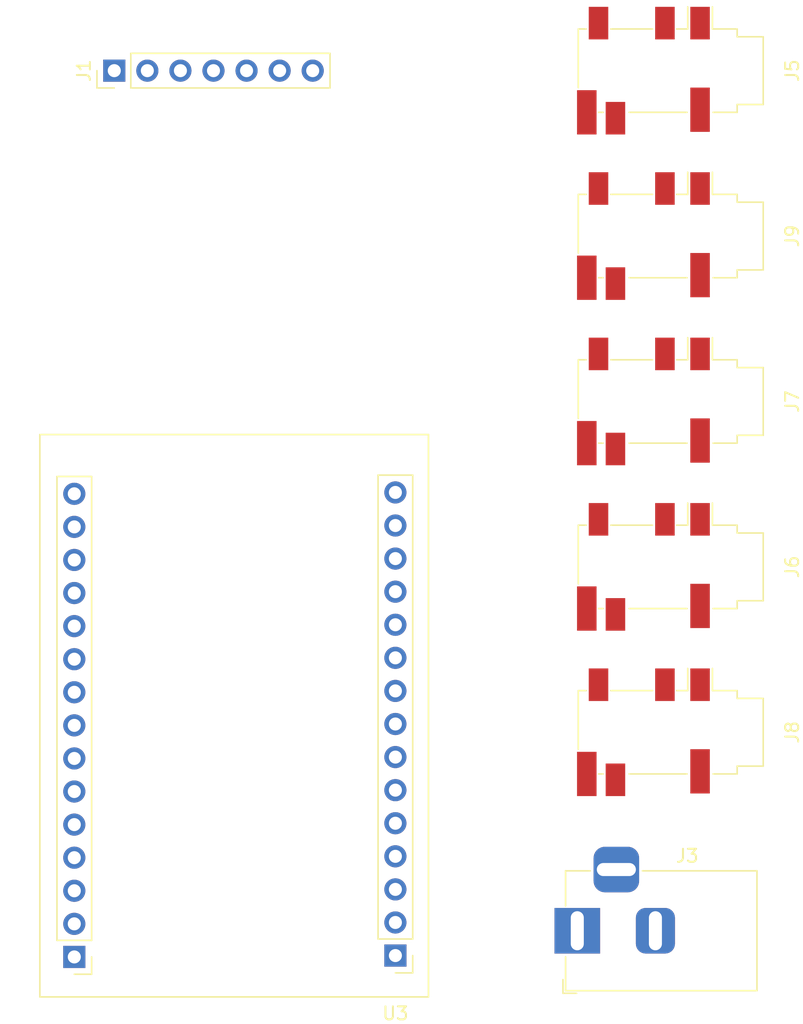
<source format=kicad_pcb>
(kicad_pcb (version 20171130) (host pcbnew "(5.1.5)-3")

  (general
    (thickness 1.6)
    (drawings 0)
    (tracks 0)
    (zones 0)
    (modules 8)
    (nets 10)
  )

  (page A4)
  (layers
    (0 F.Cu signal)
    (31 B.Cu signal)
    (32 B.Adhes user)
    (33 F.Adhes user)
    (34 B.Paste user)
    (35 F.Paste user)
    (36 B.SilkS user)
    (37 F.SilkS user)
    (38 B.Mask user)
    (39 F.Mask user)
    (40 Dwgs.User user)
    (41 Cmts.User user)
    (42 Eco1.User user)
    (43 Eco2.User user)
    (44 Edge.Cuts user)
    (45 Margin user)
    (46 B.CrtYd user)
    (47 F.CrtYd user)
    (48 B.Fab user)
    (49 F.Fab user)
  )

  (setup
    (last_trace_width 0.25)
    (trace_clearance 0.2)
    (zone_clearance 0.508)
    (zone_45_only no)
    (trace_min 0.2)
    (via_size 0.8)
    (via_drill 0.4)
    (via_min_size 0.4)
    (via_min_drill 0.3)
    (uvia_size 0.3)
    (uvia_drill 0.1)
    (uvias_allowed no)
    (uvia_min_size 0.2)
    (uvia_min_drill 0.1)
    (edge_width 0.05)
    (segment_width 0.2)
    (pcb_text_width 0.3)
    (pcb_text_size 1.5 1.5)
    (mod_edge_width 0.12)
    (mod_text_size 1 1)
    (mod_text_width 0.15)
    (pad_size 1.524 1.524)
    (pad_drill 0.762)
    (pad_to_mask_clearance 0.051)
    (solder_mask_min_width 0.25)
    (aux_axis_origin 0 0)
    (visible_elements 7FFFFFFF)
    (pcbplotparams
      (layerselection 0x010fc_ffffffff)
      (usegerberextensions false)
      (usegerberattributes false)
      (usegerberadvancedattributes false)
      (creategerberjobfile false)
      (excludeedgelayer true)
      (linewidth 0.100000)
      (plotframeref false)
      (viasonmask false)
      (mode 1)
      (useauxorigin false)
      (hpglpennumber 1)
      (hpglpenspeed 20)
      (hpglpendiameter 15.000000)
      (psnegative false)
      (psa4output false)
      (plotreference true)
      (plotvalue true)
      (plotinvisibletext false)
      (padsonsilk false)
      (subtractmaskfromsilk false)
      (outputformat 1)
      (mirror false)
      (drillshape 1)
      (scaleselection 1)
      (outputdirectory ""))
  )

  (net 0 "")
  (net 1 VCC)
  (net 2 GND)
  (net 3 SDA)
  (net 4 SCL)
  (net 5 BLK)
  (net 6 DC)
  (net 7 RST)
  (net 8 MOSI)
  (net 9 SCLK)

  (net_class Default "Ceci est la Netclass par défaut."
    (clearance 0.2)
    (trace_width 0.25)
    (via_dia 0.8)
    (via_drill 0.4)
    (uvia_dia 0.3)
    (uvia_drill 0.1)
    (add_net A0)
    (add_net A1)
    (add_net A3)
    (add_net A4)
    (add_net A5)
    (add_net A6)
    (add_net BLK)
    (add_net DC)
    (add_net DIR)
    (add_net GND)
    (add_net MOSI)
    (add_net "Net-(J3-Pad1)")
    (add_net "Net-(J4-Pad1)")
    (add_net "Net-(U3-Pad10)")
    (add_net "Net-(U3-Pad12)")
    (add_net "Net-(U3-Pad13)")
    (add_net "Net-(U3-Pad20)")
    (add_net "Net-(U3-Pad28)")
    (add_net "Net-(U3-Pad29)")
    (add_net "Net-(U3-Pad3)")
    (add_net "Net-(U3-Pad30)")
    (add_net "Net-(U3-Pad5)")
    (add_net "Net-(U3-Pad6)")
    (add_net "Net-(U3-Pad7)")
    (add_net RST)
    (add_net SCL)
    (add_net SCLK)
    (add_net SDA)
    (add_net STEP)
    (add_net VCC)
  )

  (module centrale:esp32_doit (layer F.Cu) (tedit 5F47A522) (tstamp 5F484A0D)
    (at 162.56 129.54 180)
    (descr "Through hole straight pin header, 1x15, 2.54mm pitch, single row")
    (tags "Through hole pin header THT 1x15 2.54mm single row")
    (path /5F454CCE)
    (fp_text reference U3 (at -11.43 -3.81) (layer F.SilkS)
      (effects (font (size 1 1) (thickness 0.15)))
    )
    (fp_text value "ESP32 Dev Kit" (at 13.335 -3.175) (layer F.Fab)
      (effects (font (size 1 1) (thickness 0.15)))
    )
    (fp_line (start -13.97 40.64) (end -13.97 -2.54) (layer F.SilkS) (width 0.12))
    (fp_line (start 15.875 40.64) (end -13.97 40.64) (layer F.SilkS) (width 0.12))
    (fp_line (start 15.875 -2.54) (end 15.875 40.64) (layer F.SilkS) (width 0.12))
    (fp_line (start -13.97 -2.54) (end 15.875 -2.54) (layer F.SilkS) (width 0.12))
    (fp_line (start 11.9 0.53) (end 11.9 -0.8) (layer F.SilkS) (width 0.12))
    (fp_line (start 11.43 37.88) (end 15.03 37.88) (layer F.CrtYd) (width 0.05))
    (fp_line (start 11.9 -0.8) (end 13.23 -0.8) (layer F.SilkS) (width 0.12))
    (fp_line (start 15.03 37.88) (end 15.03 -1.27) (layer F.CrtYd) (width 0.05))
    (fp_line (start 12.595 -0.74) (end 14.5 -0.74) (layer F.Fab) (width 0.1))
    (fp_line (start 14.5 37.36) (end 11.96 37.36) (layer F.Fab) (width 0.1))
    (fp_line (start 11.43 -1.27) (end 11.43 37.88) (layer F.CrtYd) (width 0.05))
    (fp_line (start 14.5 -0.74) (end 14.5 37.36) (layer F.Fab) (width 0.1))
    (fp_line (start 11.9 1.8) (end 14.56 1.8) (layer F.SilkS) (width 0.12))
    (fp_line (start 15.03 -1.27) (end 11.43 -1.27) (layer F.CrtYd) (width 0.05))
    (fp_line (start 11.96 -0.105) (end 12.595 -0.74) (layer F.Fab) (width 0.1))
    (fp_line (start 11.9 37.42) (end 14.56 37.42) (layer F.SilkS) (width 0.12))
    (fp_line (start 11.9 1.8) (end 11.9 37.42) (layer F.SilkS) (width 0.12))
    (fp_line (start 14.56 1.8) (end 14.56 37.42) (layer F.SilkS) (width 0.12))
    (fp_line (start 11.96 37.36) (end 11.96 -0.105) (layer F.Fab) (width 0.1))
    (fp_text user %R (at -11.43 18.415 90) (layer F.Fab)
      (effects (font (size 1 1) (thickness 0.15)))
    )
    (fp_line (start -9.63 -1.165) (end -13.23 -1.165) (layer F.CrtYd) (width 0.05))
    (fp_line (start -9.63 37.985) (end -9.63 -1.165) (layer F.CrtYd) (width 0.05))
    (fp_line (start -13.23 37.985) (end -9.63 37.985) (layer F.CrtYd) (width 0.05))
    (fp_line (start -13.23 -1.165) (end -13.23 37.985) (layer F.CrtYd) (width 0.05))
    (fp_line (start -12.76 -0.695) (end -11.43 -0.695) (layer F.SilkS) (width 0.12))
    (fp_line (start -12.76 0.635) (end -12.76 -0.695) (layer F.SilkS) (width 0.12))
    (fp_line (start -12.76 1.905) (end -10.1 1.905) (layer F.SilkS) (width 0.12))
    (fp_line (start -10.1 1.905) (end -10.1 37.525) (layer F.SilkS) (width 0.12))
    (fp_line (start -12.76 1.905) (end -12.76 37.525) (layer F.SilkS) (width 0.12))
    (fp_line (start -12.76 37.525) (end -10.1 37.525) (layer F.SilkS) (width 0.12))
    (fp_line (start -12.7 0) (end -12.065 -0.635) (layer F.Fab) (width 0.1))
    (fp_line (start -12.7 37.465) (end -12.7 0) (layer F.Fab) (width 0.1))
    (fp_line (start -10.16 37.465) (end -12.7 37.465) (layer F.Fab) (width 0.1))
    (fp_line (start -10.16 -0.635) (end -10.16 37.465) (layer F.Fab) (width 0.1))
    (fp_line (start -12.065 -0.635) (end -10.16 -0.635) (layer F.Fab) (width 0.1))
    (pad 18 thru_hole oval (at 13.23 5.61 180) (size 1.7 1.7) (drill 1) (layers *.Cu *.Mask))
    (pad 28 thru_hole oval (at 13.23 31.01 180) (size 1.7 1.7) (drill 1) (layers *.Cu *.Mask))
    (pad 25 thru_hole oval (at 13.23 23.39 180) (size 1.7 1.7) (drill 1) (layers *.Cu *.Mask)
      (net 5 BLK))
    (pad 23 thru_hole oval (at 13.23 18.31 180) (size 1.7 1.7) (drill 1) (layers *.Cu *.Mask))
    (pad 19 thru_hole oval (at 13.23 8.15 180) (size 1.7 1.7) (drill 1) (layers *.Cu *.Mask))
    (pad 24 thru_hole oval (at 13.23 20.85 180) (size 1.7 1.7) (drill 1) (layers *.Cu *.Mask))
    (pad 16 thru_hole rect (at 13.23 0.53 180) (size 1.7 1.7) (drill 1) (layers *.Cu *.Mask)
      (net 2 GND))
    (pad 29 thru_hole oval (at 13.23 33.55 180) (size 1.7 1.7) (drill 1) (layers *.Cu *.Mask))
    (pad 26 thru_hole oval (at 13.23 25.93 180) (size 1.7 1.7) (drill 1) (layers *.Cu *.Mask))
    (pad 27 thru_hole oval (at 13.23 28.47 180) (size 1.7 1.7) (drill 1) (layers *.Cu *.Mask))
    (pad 20 thru_hole oval (at 13.23 10.69 180) (size 1.7 1.7) (drill 1) (layers *.Cu *.Mask))
    (pad 21 thru_hole oval (at 13.23 13.23 180) (size 1.7 1.7) (drill 1) (layers *.Cu *.Mask))
    (pad 22 thru_hole oval (at 13.23 15.77 180) (size 1.7 1.7) (drill 1) (layers *.Cu *.Mask))
    (pad 17 thru_hole oval (at 13.23 3.07 180) (size 1.7 1.7) (drill 1) (layers *.Cu *.Mask))
    (pad 30 thru_hole oval (at 13.23 36.09 180) (size 1.7 1.7) (drill 1) (layers *.Cu *.Mask))
    (pad 15 thru_hole oval (at -11.43 36.195 180) (size 1.7 1.7) (drill 1) (layers *.Cu *.Mask)
      (net 8 MOSI))
    (pad 14 thru_hole oval (at -11.43 33.655 180) (size 1.7 1.7) (drill 1) (layers *.Cu *.Mask)
      (net 4 SCL))
    (pad 13 thru_hole oval (at -11.43 31.115 180) (size 1.7 1.7) (drill 1) (layers *.Cu *.Mask))
    (pad 12 thru_hole oval (at -11.43 28.575 180) (size 1.7 1.7) (drill 1) (layers *.Cu *.Mask))
    (pad 11 thru_hole oval (at -11.43 26.035 180) (size 1.7 1.7) (drill 1) (layers *.Cu *.Mask)
      (net 3 SDA))
    (pad 10 thru_hole oval (at -11.43 23.495 180) (size 1.7 1.7) (drill 1) (layers *.Cu *.Mask))
    (pad 9 thru_hole oval (at -11.43 20.955 180) (size 1.7 1.7) (drill 1) (layers *.Cu *.Mask)
      (net 9 SCLK))
    (pad 8 thru_hole oval (at -11.43 18.415 180) (size 1.7 1.7) (drill 1) (layers *.Cu *.Mask)
      (net 7 RST))
    (pad 7 thru_hole oval (at -11.43 15.875 180) (size 1.7 1.7) (drill 1) (layers *.Cu *.Mask))
    (pad 6 thru_hole oval (at -11.43 13.335 180) (size 1.7 1.7) (drill 1) (layers *.Cu *.Mask))
    (pad 5 thru_hole oval (at -11.43 10.795 180) (size 1.7 1.7) (drill 1) (layers *.Cu *.Mask))
    (pad 4 thru_hole oval (at -11.43 8.255 180) (size 1.7 1.7) (drill 1) (layers *.Cu *.Mask)
      (net 6 DC))
    (pad 3 thru_hole oval (at -11.43 5.715 180) (size 1.7 1.7) (drill 1) (layers *.Cu *.Mask))
    (pad 2 thru_hole oval (at -11.43 3.175 180) (size 1.7 1.7) (drill 1) (layers *.Cu *.Mask)
      (net 2 GND))
    (pad 1 thru_hole rect (at -11.43 0.635 180) (size 1.7 1.7) (drill 1) (layers *.Cu *.Mask)
      (net 1 VCC))
    (model ${KIPRJMOD}/centrale.pretty/ESP-WROOM32.STEP
      (offset (xyz -0.5 -1 12))
      (scale (xyz 1 1 1))
      (rotate (xyz -90 0 180))
    )
    (model ${KISYS3DMOD}/Connector_PinSocket_2.54mm.3dshapes/PinSocket_1x15_P2.54mm_Vertical.step
      (offset (xyz -11.5 -0.5 0))
      (scale (xyz 1 1 1))
      (rotate (xyz 0 0 0))
    )
    (model ${KISYS3DMOD}/Connector_PinSocket_2.54mm.3dshapes/PinSocket_1x15_P2.54mm_Vertical.step
      (offset (xyz 13 -0.5 0))
      (scale (xyz 1 1 1))
      (rotate (xyz 0 0 0))
    )
  )

  (module Connector_Audio:Jack_3.5mm_PJ31060-I_Horizontal (layer F.Cu) (tedit 5BC12C3B) (tstamp 5F47A856)
    (at 193.04 73.66 270)
    (descr "PJ31060-I 6pin SMD 3.5mm headphones jack (http://www.china-bsun.com/Product48/1577.html)")
    (tags "headphones jack plug stereo 3.5mm PJ31060-I PJ31060")
    (path /5F45A4C0)
    (attr smd)
    (fp_text reference J9 (at 0 -11.43 90) (layer F.SilkS)
      (effects (font (size 1 1) (thickness 0.15)))
    )
    (fp_text value AudioJack4 (at 0 6.82 90) (layer F.Fab)
      (effects (font (size 1 1) (thickness 0.15)))
    )
    (fp_circle (center -2.35 -4.3) (end -2.1 -4.3) (layer F.Fab) (width 0.12))
    (fp_line (start 5.85 5.6) (end -5.4 5.6) (layer F.CrtYd) (width 0.05))
    (fp_line (start 5.85 5.6) (end 5.85 -9.65) (layer F.CrtYd) (width 0.05))
    (fp_line (start -5.4 -9.65) (end -5.4 5.6) (layer F.CrtYd) (width 0.05))
    (fp_line (start -5.4 -9.65) (end 5.85 -9.65) (layer F.CrtYd) (width 0.05))
    (fp_line (start -2.5 -9.15) (end -2.5 -7.15) (layer F.Fab) (width 0.1))
    (fp_line (start 2.5 -9.15) (end -2.5 -9.15) (layer F.Fab) (width 0.1))
    (fp_line (start 2.5 -7.15) (end 2.5 -9.15) (layer F.Fab) (width 0.1))
    (fp_line (start 2.5 -7.15) (end 3.1 -7.15) (layer F.Fab) (width 0.1))
    (fp_line (start -2.5 -7.15) (end -3.1 -7.15) (layer F.Fab) (width 0.1))
    (fp_line (start 3.1 -7.15) (end 3.1 4.85) (layer F.Fab) (width 0.1))
    (fp_line (start -3.1 -7.15) (end -3.1 4.85) (layer F.Fab) (width 0.1))
    (fp_line (start 3.1 4.85) (end -3.1 4.85) (layer F.Fab) (width 0.1))
    (fp_line (start -3.2 5) (end -3.2 4.4) (layer F.SilkS) (width 0.12))
    (fp_line (start 1.3 5) (end -3.2 5) (layer F.SilkS) (width 0.12))
    (fp_line (start -3.2 2.5) (end -3.2 -0.7) (layer F.SilkS) (width 0.12))
    (fp_line (start -3.2 -2.55) (end -3.2 -3.4) (layer F.SilkS) (width 0.12))
    (fp_line (start 3.2 -7.2) (end 3.2 -5.35) (layer F.SilkS) (width 0.12))
    (fp_line (start 2.6 -7.2) (end 3.2 -7.2) (layer F.SilkS) (width 0.12))
    (fp_line (start 2.6 -9.2) (end 2.6 -7.2) (layer F.SilkS) (width 0.12))
    (fp_line (start -2.6 -9.2) (end 2.6 -9.2) (layer F.SilkS) (width 0.12))
    (fp_line (start -2.6 -7.2) (end -2.6 -9.2) (layer F.SilkS) (width 0.12))
    (fp_line (start -3.2 -7.2) (end -2.6 -7.2) (layer F.SilkS) (width 0.12))
    (fp_line (start -3.2 -5.3) (end -3.2 -7.2) (layer F.SilkS) (width 0.12))
    (fp_line (start 3.2 -3.35) (end 3.2 1.1) (layer F.SilkS) (width 0.12))
    (fp_line (start 3.2 3.1) (end 3.2 3.45) (layer F.SilkS) (width 0.12))
    (fp_line (start -3.2 -5.3) (end -4.9 -5.3) (layer F.SilkS) (width 0.12))
    (fp_line (start -4.9 -3.4) (end -3.2 -3.4) (layer F.SilkS) (width 0.12))
    (fp_text user %R (at 0 0 90) (layer F.Fab)
      (effects (font (size 1 1) (thickness 0.15)))
    )
    (pad R2 smd rect (at 3 -4.35 270) (size 3.4 1.5) (layers F.Cu F.Paste F.Mask)
      (net 3 SDA))
    (pad "" np_thru_hole circle (at 0 3.35 270) (size 1.5 1.5) (drill 1.5) (layers *.Cu *.Mask))
    (pad T smd rect (at 3.65 2.15 270) (size 2.5 1.5) (layers F.Cu F.Paste F.Mask)
      (net 1 VCC))
    (pad TN smd rect (at 3.2 4.35 270) (size 3.4 1.5) (layers F.Cu F.Paste F.Mask))
    (pad S smd rect (at -3.65 -4.35 270) (size 2.5 1.5) (layers F.Cu F.Paste F.Mask)
      (net 2 GND))
    (pad R1 smd rect (at -3.65 -1.65 270) (size 2.5 1.5) (layers F.Cu F.Paste F.Mask)
      (net 4 SCL))
    (pad R1N smd rect (at -3.65 3.45 270) (size 2.5 1.5) (layers F.Cu F.Paste F.Mask))
    (model ${KIPRJMOD}/centrale.pretty/FC68128.STEP
      (offset (xyz 0 9 2.5))
      (scale (xyz 1 1 1))
      (rotate (xyz -90 0 -90))
    )
  )

  (module Connector_Audio:Jack_3.5mm_PJ31060-I_Horizontal (layer F.Cu) (tedit 5BC12C3B) (tstamp 5F47A555)
    (at 193.04 111.76 270)
    (descr "PJ31060-I 6pin SMD 3.5mm headphones jack (http://www.china-bsun.com/Product48/1577.html)")
    (tags "headphones jack plug stereo 3.5mm PJ31060-I PJ31060")
    (path /5F457848)
    (attr smd)
    (fp_text reference J8 (at 0 -11.43 90) (layer F.SilkS)
      (effects (font (size 1 1) (thickness 0.15)))
    )
    (fp_text value AudioJack4 (at 0 6.82 90) (layer F.Fab)
      (effects (font (size 1 1) (thickness 0.15)))
    )
    (fp_circle (center -2.35 -4.3) (end -2.1 -4.3) (layer F.Fab) (width 0.12))
    (fp_line (start 5.85 5.6) (end -5.4 5.6) (layer F.CrtYd) (width 0.05))
    (fp_line (start 5.85 5.6) (end 5.85 -9.65) (layer F.CrtYd) (width 0.05))
    (fp_line (start -5.4 -9.65) (end -5.4 5.6) (layer F.CrtYd) (width 0.05))
    (fp_line (start -5.4 -9.65) (end 5.85 -9.65) (layer F.CrtYd) (width 0.05))
    (fp_line (start -2.5 -9.15) (end -2.5 -7.15) (layer F.Fab) (width 0.1))
    (fp_line (start 2.5 -9.15) (end -2.5 -9.15) (layer F.Fab) (width 0.1))
    (fp_line (start 2.5 -7.15) (end 2.5 -9.15) (layer F.Fab) (width 0.1))
    (fp_line (start 2.5 -7.15) (end 3.1 -7.15) (layer F.Fab) (width 0.1))
    (fp_line (start -2.5 -7.15) (end -3.1 -7.15) (layer F.Fab) (width 0.1))
    (fp_line (start 3.1 -7.15) (end 3.1 4.85) (layer F.Fab) (width 0.1))
    (fp_line (start -3.1 -7.15) (end -3.1 4.85) (layer F.Fab) (width 0.1))
    (fp_line (start 3.1 4.85) (end -3.1 4.85) (layer F.Fab) (width 0.1))
    (fp_line (start -3.2 5) (end -3.2 4.4) (layer F.SilkS) (width 0.12))
    (fp_line (start 1.3 5) (end -3.2 5) (layer F.SilkS) (width 0.12))
    (fp_line (start -3.2 2.5) (end -3.2 -0.7) (layer F.SilkS) (width 0.12))
    (fp_line (start -3.2 -2.55) (end -3.2 -3.4) (layer F.SilkS) (width 0.12))
    (fp_line (start 3.2 -7.2) (end 3.2 -5.35) (layer F.SilkS) (width 0.12))
    (fp_line (start 2.6 -7.2) (end 3.2 -7.2) (layer F.SilkS) (width 0.12))
    (fp_line (start 2.6 -9.2) (end 2.6 -7.2) (layer F.SilkS) (width 0.12))
    (fp_line (start -2.6 -9.2) (end 2.6 -9.2) (layer F.SilkS) (width 0.12))
    (fp_line (start -2.6 -7.2) (end -2.6 -9.2) (layer F.SilkS) (width 0.12))
    (fp_line (start -3.2 -7.2) (end -2.6 -7.2) (layer F.SilkS) (width 0.12))
    (fp_line (start -3.2 -5.3) (end -3.2 -7.2) (layer F.SilkS) (width 0.12))
    (fp_line (start 3.2 -3.35) (end 3.2 1.1) (layer F.SilkS) (width 0.12))
    (fp_line (start 3.2 3.1) (end 3.2 3.45) (layer F.SilkS) (width 0.12))
    (fp_line (start -3.2 -5.3) (end -4.9 -5.3) (layer F.SilkS) (width 0.12))
    (fp_line (start -4.9 -3.4) (end -3.2 -3.4) (layer F.SilkS) (width 0.12))
    (fp_text user %R (at 0 0 90) (layer F.Fab)
      (effects (font (size 1 1) (thickness 0.15)))
    )
    (pad R2 smd rect (at 3 -4.35 270) (size 3.4 1.5) (layers F.Cu F.Paste F.Mask)
      (net 3 SDA))
    (pad "" np_thru_hole circle (at 0 3.35 270) (size 1.5 1.5) (drill 1.5) (layers *.Cu *.Mask))
    (pad T smd rect (at 3.65 2.15 270) (size 2.5 1.5) (layers F.Cu F.Paste F.Mask)
      (net 1 VCC))
    (pad TN smd rect (at 3.2 4.35 270) (size 3.4 1.5) (layers F.Cu F.Paste F.Mask))
    (pad S smd rect (at -3.65 -4.35 270) (size 2.5 1.5) (layers F.Cu F.Paste F.Mask)
      (net 2 GND))
    (pad R1 smd rect (at -3.65 -1.65 270) (size 2.5 1.5) (layers F.Cu F.Paste F.Mask)
      (net 4 SCL))
    (pad R1N smd rect (at -3.65 3.45 270) (size 2.5 1.5) (layers F.Cu F.Paste F.Mask))
    (model ${KIPRJMOD}/centrale.pretty/FC68128.STEP
      (offset (xyz 0 9 2.5))
      (scale (xyz 1 1 1))
      (rotate (xyz -90 0 -90))
    )
  )

  (module Connector_Audio:Jack_3.5mm_PJ31060-I_Horizontal (layer F.Cu) (tedit 5BC12C3B) (tstamp 5F47A52D)
    (at 193.04 86.36 270)
    (descr "PJ31060-I 6pin SMD 3.5mm headphones jack (http://www.china-bsun.com/Product48/1577.html)")
    (tags "headphones jack plug stereo 3.5mm PJ31060-I PJ31060")
    (path /5F459383)
    (attr smd)
    (fp_text reference J7 (at 0 -11.43 90) (layer F.SilkS)
      (effects (font (size 1 1) (thickness 0.15)))
    )
    (fp_text value AudioJack4 (at 0 6.82 90) (layer F.Fab)
      (effects (font (size 1 1) (thickness 0.15)))
    )
    (fp_circle (center -2.35 -4.3) (end -2.1 -4.3) (layer F.Fab) (width 0.12))
    (fp_line (start 5.85 5.6) (end -5.4 5.6) (layer F.CrtYd) (width 0.05))
    (fp_line (start 5.85 5.6) (end 5.85 -9.65) (layer F.CrtYd) (width 0.05))
    (fp_line (start -5.4 -9.65) (end -5.4 5.6) (layer F.CrtYd) (width 0.05))
    (fp_line (start -5.4 -9.65) (end 5.85 -9.65) (layer F.CrtYd) (width 0.05))
    (fp_line (start -2.5 -9.15) (end -2.5 -7.15) (layer F.Fab) (width 0.1))
    (fp_line (start 2.5 -9.15) (end -2.5 -9.15) (layer F.Fab) (width 0.1))
    (fp_line (start 2.5 -7.15) (end 2.5 -9.15) (layer F.Fab) (width 0.1))
    (fp_line (start 2.5 -7.15) (end 3.1 -7.15) (layer F.Fab) (width 0.1))
    (fp_line (start -2.5 -7.15) (end -3.1 -7.15) (layer F.Fab) (width 0.1))
    (fp_line (start 3.1 -7.15) (end 3.1 4.85) (layer F.Fab) (width 0.1))
    (fp_line (start -3.1 -7.15) (end -3.1 4.85) (layer F.Fab) (width 0.1))
    (fp_line (start 3.1 4.85) (end -3.1 4.85) (layer F.Fab) (width 0.1))
    (fp_line (start -3.2 5) (end -3.2 4.4) (layer F.SilkS) (width 0.12))
    (fp_line (start 1.3 5) (end -3.2 5) (layer F.SilkS) (width 0.12))
    (fp_line (start -3.2 2.5) (end -3.2 -0.7) (layer F.SilkS) (width 0.12))
    (fp_line (start -3.2 -2.55) (end -3.2 -3.4) (layer F.SilkS) (width 0.12))
    (fp_line (start 3.2 -7.2) (end 3.2 -5.35) (layer F.SilkS) (width 0.12))
    (fp_line (start 2.6 -7.2) (end 3.2 -7.2) (layer F.SilkS) (width 0.12))
    (fp_line (start 2.6 -9.2) (end 2.6 -7.2) (layer F.SilkS) (width 0.12))
    (fp_line (start -2.6 -9.2) (end 2.6 -9.2) (layer F.SilkS) (width 0.12))
    (fp_line (start -2.6 -7.2) (end -2.6 -9.2) (layer F.SilkS) (width 0.12))
    (fp_line (start -3.2 -7.2) (end -2.6 -7.2) (layer F.SilkS) (width 0.12))
    (fp_line (start -3.2 -5.3) (end -3.2 -7.2) (layer F.SilkS) (width 0.12))
    (fp_line (start 3.2 -3.35) (end 3.2 1.1) (layer F.SilkS) (width 0.12))
    (fp_line (start 3.2 3.1) (end 3.2 3.45) (layer F.SilkS) (width 0.12))
    (fp_line (start -3.2 -5.3) (end -4.9 -5.3) (layer F.SilkS) (width 0.12))
    (fp_line (start -4.9 -3.4) (end -3.2 -3.4) (layer F.SilkS) (width 0.12))
    (fp_text user %R (at 0 0 90) (layer F.Fab)
      (effects (font (size 1 1) (thickness 0.15)))
    )
    (pad R2 smd rect (at 3 -4.35 270) (size 3.4 1.5) (layers F.Cu F.Paste F.Mask)
      (net 3 SDA))
    (pad "" np_thru_hole circle (at 0 3.35 270) (size 1.5 1.5) (drill 1.5) (layers *.Cu *.Mask))
    (pad T smd rect (at 3.65 2.15 270) (size 2.5 1.5) (layers F.Cu F.Paste F.Mask)
      (net 1 VCC))
    (pad TN smd rect (at 3.2 4.35 270) (size 3.4 1.5) (layers F.Cu F.Paste F.Mask))
    (pad S smd rect (at -3.65 -4.35 270) (size 2.5 1.5) (layers F.Cu F.Paste F.Mask)
      (net 2 GND))
    (pad R1 smd rect (at -3.65 -1.65 270) (size 2.5 1.5) (layers F.Cu F.Paste F.Mask)
      (net 4 SCL))
    (pad R1N smd rect (at -3.65 3.45 270) (size 2.5 1.5) (layers F.Cu F.Paste F.Mask))
    (model ${KIPRJMOD}/centrale.pretty/FC68128.STEP
      (offset (xyz 0 9 2.5))
      (scale (xyz 1 1 1))
      (rotate (xyz -90 0 -90))
    )
  )

  (module Connector_Audio:Jack_3.5mm_PJ31060-I_Horizontal (layer F.Cu) (tedit 5BC12C3B) (tstamp 5F47A505)
    (at 193.04 99.06 270)
    (descr "PJ31060-I 6pin SMD 3.5mm headphones jack (http://www.china-bsun.com/Product48/1577.html)")
    (tags "headphones jack plug stereo 3.5mm PJ31060-I PJ31060")
    (path /5F4599F2)
    (attr smd)
    (fp_text reference J6 (at 0 -11.43 90) (layer F.SilkS)
      (effects (font (size 1 1) (thickness 0.15)))
    )
    (fp_text value AudioJack4 (at 0 6.82 90) (layer F.Fab)
      (effects (font (size 1 1) (thickness 0.15)))
    )
    (fp_circle (center -2.35 -4.3) (end -2.1 -4.3) (layer F.Fab) (width 0.12))
    (fp_line (start 5.85 5.6) (end -5.4 5.6) (layer F.CrtYd) (width 0.05))
    (fp_line (start 5.85 5.6) (end 5.85 -9.65) (layer F.CrtYd) (width 0.05))
    (fp_line (start -5.4 -9.65) (end -5.4 5.6) (layer F.CrtYd) (width 0.05))
    (fp_line (start -5.4 -9.65) (end 5.85 -9.65) (layer F.CrtYd) (width 0.05))
    (fp_line (start -2.5 -9.15) (end -2.5 -7.15) (layer F.Fab) (width 0.1))
    (fp_line (start 2.5 -9.15) (end -2.5 -9.15) (layer F.Fab) (width 0.1))
    (fp_line (start 2.5 -7.15) (end 2.5 -9.15) (layer F.Fab) (width 0.1))
    (fp_line (start 2.5 -7.15) (end 3.1 -7.15) (layer F.Fab) (width 0.1))
    (fp_line (start -2.5 -7.15) (end -3.1 -7.15) (layer F.Fab) (width 0.1))
    (fp_line (start 3.1 -7.15) (end 3.1 4.85) (layer F.Fab) (width 0.1))
    (fp_line (start -3.1 -7.15) (end -3.1 4.85) (layer F.Fab) (width 0.1))
    (fp_line (start 3.1 4.85) (end -3.1 4.85) (layer F.Fab) (width 0.1))
    (fp_line (start -3.2 5) (end -3.2 4.4) (layer F.SilkS) (width 0.12))
    (fp_line (start 1.3 5) (end -3.2 5) (layer F.SilkS) (width 0.12))
    (fp_line (start -3.2 2.5) (end -3.2 -0.7) (layer F.SilkS) (width 0.12))
    (fp_line (start -3.2 -2.55) (end -3.2 -3.4) (layer F.SilkS) (width 0.12))
    (fp_line (start 3.2 -7.2) (end 3.2 -5.35) (layer F.SilkS) (width 0.12))
    (fp_line (start 2.6 -7.2) (end 3.2 -7.2) (layer F.SilkS) (width 0.12))
    (fp_line (start 2.6 -9.2) (end 2.6 -7.2) (layer F.SilkS) (width 0.12))
    (fp_line (start -2.6 -9.2) (end 2.6 -9.2) (layer F.SilkS) (width 0.12))
    (fp_line (start -2.6 -7.2) (end -2.6 -9.2) (layer F.SilkS) (width 0.12))
    (fp_line (start -3.2 -7.2) (end -2.6 -7.2) (layer F.SilkS) (width 0.12))
    (fp_line (start -3.2 -5.3) (end -3.2 -7.2) (layer F.SilkS) (width 0.12))
    (fp_line (start 3.2 -3.35) (end 3.2 1.1) (layer F.SilkS) (width 0.12))
    (fp_line (start 3.2 3.1) (end 3.2 3.45) (layer F.SilkS) (width 0.12))
    (fp_line (start -3.2 -5.3) (end -4.9 -5.3) (layer F.SilkS) (width 0.12))
    (fp_line (start -4.9 -3.4) (end -3.2 -3.4) (layer F.SilkS) (width 0.12))
    (fp_text user %R (at 0 0 90) (layer F.Fab)
      (effects (font (size 1 1) (thickness 0.15)))
    )
    (pad R2 smd rect (at 3 -4.35 270) (size 3.4 1.5) (layers F.Cu F.Paste F.Mask)
      (net 3 SDA))
    (pad "" np_thru_hole circle (at 0 3.35 270) (size 1.5 1.5) (drill 1.5) (layers *.Cu *.Mask))
    (pad T smd rect (at 3.65 2.15 270) (size 2.5 1.5) (layers F.Cu F.Paste F.Mask)
      (net 1 VCC))
    (pad TN smd rect (at 3.2 4.35 270) (size 3.4 1.5) (layers F.Cu F.Paste F.Mask))
    (pad S smd rect (at -3.65 -4.35 270) (size 2.5 1.5) (layers F.Cu F.Paste F.Mask)
      (net 2 GND))
    (pad R1 smd rect (at -3.65 -1.65 270) (size 2.5 1.5) (layers F.Cu F.Paste F.Mask)
      (net 4 SCL))
    (pad R1N smd rect (at -3.65 3.45 270) (size 2.5 1.5) (layers F.Cu F.Paste F.Mask))
    (model ${KIPRJMOD}/centrale.pretty/FC68128.STEP
      (offset (xyz 0 9 2.5))
      (scale (xyz 1 1 1))
      (rotate (xyz -90 0 -90))
    )
  )

  (module Connector_Audio:Jack_3.5mm_PJ31060-I_Horizontal (layer F.Cu) (tedit 5BC12C3B) (tstamp 5F47A4DD)
    (at 193.04 60.96 270)
    (descr "PJ31060-I 6pin SMD 3.5mm headphones jack (http://www.china-bsun.com/Product48/1577.html)")
    (tags "headphones jack plug stereo 3.5mm PJ31060-I PJ31060")
    (path /5F459D00)
    (attr smd)
    (fp_text reference J5 (at 0 -11.43 90) (layer F.SilkS)
      (effects (font (size 1 1) (thickness 0.15)))
    )
    (fp_text value AudioJack4 (at 0 6.82 90) (layer F.Fab)
      (effects (font (size 1 1) (thickness 0.15)))
    )
    (fp_circle (center -2.35 -4.3) (end -2.1 -4.3) (layer F.Fab) (width 0.12))
    (fp_line (start 5.85 5.6) (end -5.4 5.6) (layer F.CrtYd) (width 0.05))
    (fp_line (start 5.85 5.6) (end 5.85 -9.65) (layer F.CrtYd) (width 0.05))
    (fp_line (start -5.4 -9.65) (end -5.4 5.6) (layer F.CrtYd) (width 0.05))
    (fp_line (start -5.4 -9.65) (end 5.85 -9.65) (layer F.CrtYd) (width 0.05))
    (fp_line (start -2.5 -9.15) (end -2.5 -7.15) (layer F.Fab) (width 0.1))
    (fp_line (start 2.5 -9.15) (end -2.5 -9.15) (layer F.Fab) (width 0.1))
    (fp_line (start 2.5 -7.15) (end 2.5 -9.15) (layer F.Fab) (width 0.1))
    (fp_line (start 2.5 -7.15) (end 3.1 -7.15) (layer F.Fab) (width 0.1))
    (fp_line (start -2.5 -7.15) (end -3.1 -7.15) (layer F.Fab) (width 0.1))
    (fp_line (start 3.1 -7.15) (end 3.1 4.85) (layer F.Fab) (width 0.1))
    (fp_line (start -3.1 -7.15) (end -3.1 4.85) (layer F.Fab) (width 0.1))
    (fp_line (start 3.1 4.85) (end -3.1 4.85) (layer F.Fab) (width 0.1))
    (fp_line (start -3.2 5) (end -3.2 4.4) (layer F.SilkS) (width 0.12))
    (fp_line (start 1.3 5) (end -3.2 5) (layer F.SilkS) (width 0.12))
    (fp_line (start -3.2 2.5) (end -3.2 -0.7) (layer F.SilkS) (width 0.12))
    (fp_line (start -3.2 -2.55) (end -3.2 -3.4) (layer F.SilkS) (width 0.12))
    (fp_line (start 3.2 -7.2) (end 3.2 -5.35) (layer F.SilkS) (width 0.12))
    (fp_line (start 2.6 -7.2) (end 3.2 -7.2) (layer F.SilkS) (width 0.12))
    (fp_line (start 2.6 -9.2) (end 2.6 -7.2) (layer F.SilkS) (width 0.12))
    (fp_line (start -2.6 -9.2) (end 2.6 -9.2) (layer F.SilkS) (width 0.12))
    (fp_line (start -2.6 -7.2) (end -2.6 -9.2) (layer F.SilkS) (width 0.12))
    (fp_line (start -3.2 -7.2) (end -2.6 -7.2) (layer F.SilkS) (width 0.12))
    (fp_line (start -3.2 -5.3) (end -3.2 -7.2) (layer F.SilkS) (width 0.12))
    (fp_line (start 3.2 -3.35) (end 3.2 1.1) (layer F.SilkS) (width 0.12))
    (fp_line (start 3.2 3.1) (end 3.2 3.45) (layer F.SilkS) (width 0.12))
    (fp_line (start -3.2 -5.3) (end -4.9 -5.3) (layer F.SilkS) (width 0.12))
    (fp_line (start -4.9 -3.4) (end -3.2 -3.4) (layer F.SilkS) (width 0.12))
    (fp_text user %R (at 0 0 90) (layer F.Fab)
      (effects (font (size 1 1) (thickness 0.15)))
    )
    (pad R2 smd rect (at 3 -4.35 270) (size 3.4 1.5) (layers F.Cu F.Paste F.Mask)
      (net 3 SDA))
    (pad "" np_thru_hole circle (at 0 3.35 270) (size 1.5 1.5) (drill 1.5) (layers *.Cu *.Mask))
    (pad T smd rect (at 3.65 2.15 270) (size 2.5 1.5) (layers F.Cu F.Paste F.Mask)
      (net 1 VCC))
    (pad TN smd rect (at 3.2 4.35 270) (size 3.4 1.5) (layers F.Cu F.Paste F.Mask))
    (pad S smd rect (at -3.65 -4.35 270) (size 2.5 1.5) (layers F.Cu F.Paste F.Mask)
      (net 2 GND))
    (pad R1 smd rect (at -3.65 -1.65 270) (size 2.5 1.5) (layers F.Cu F.Paste F.Mask)
      (net 4 SCL))
    (pad R1N smd rect (at -3.65 3.45 270) (size 2.5 1.5) (layers F.Cu F.Paste F.Mask))
    (model ${KIPRJMOD}/centrale.pretty/FC68128.STEP
      (offset (xyz 0 9 2.5))
      (scale (xyz 1 1 1))
      (rotate (xyz -90 0 -90))
    )
  )

  (module Connector_BarrelJack:BarrelJack_Horizontal (layer F.Cu) (tedit 5A1DBF6A) (tstamp 5F47A4B5)
    (at 187.96 127 180)
    (descr "DC Barrel Jack")
    (tags "Power Jack")
    (path /5F461505)
    (fp_text reference J3 (at -8.45 5.75) (layer F.SilkS)
      (effects (font (size 1 1) (thickness 0.15)))
    )
    (fp_text value "12V Barrel Jack" (at -6.2 -5.5) (layer F.Fab)
      (effects (font (size 1 1) (thickness 0.15)))
    )
    (fp_line (start 0 -4.5) (end -13.7 -4.5) (layer F.Fab) (width 0.1))
    (fp_line (start 0.8 4.5) (end 0.8 -3.75) (layer F.Fab) (width 0.1))
    (fp_line (start -13.7 4.5) (end 0.8 4.5) (layer F.Fab) (width 0.1))
    (fp_line (start -13.7 -4.5) (end -13.7 4.5) (layer F.Fab) (width 0.1))
    (fp_line (start -10.2 -4.5) (end -10.2 4.5) (layer F.Fab) (width 0.1))
    (fp_line (start 0.9 -4.6) (end 0.9 -2) (layer F.SilkS) (width 0.12))
    (fp_line (start -13.8 -4.6) (end 0.9 -4.6) (layer F.SilkS) (width 0.12))
    (fp_line (start 0.9 4.6) (end -1 4.6) (layer F.SilkS) (width 0.12))
    (fp_line (start 0.9 1.9) (end 0.9 4.6) (layer F.SilkS) (width 0.12))
    (fp_line (start -13.8 4.6) (end -13.8 -4.6) (layer F.SilkS) (width 0.12))
    (fp_line (start -5 4.6) (end -13.8 4.6) (layer F.SilkS) (width 0.12))
    (fp_line (start -14 4.75) (end -14 -4.75) (layer F.CrtYd) (width 0.05))
    (fp_line (start -5 4.75) (end -14 4.75) (layer F.CrtYd) (width 0.05))
    (fp_line (start -5 6.75) (end -5 4.75) (layer F.CrtYd) (width 0.05))
    (fp_line (start -1 6.75) (end -5 6.75) (layer F.CrtYd) (width 0.05))
    (fp_line (start -1 4.75) (end -1 6.75) (layer F.CrtYd) (width 0.05))
    (fp_line (start 1 4.75) (end -1 4.75) (layer F.CrtYd) (width 0.05))
    (fp_line (start 1 2) (end 1 4.75) (layer F.CrtYd) (width 0.05))
    (fp_line (start 2 2) (end 1 2) (layer F.CrtYd) (width 0.05))
    (fp_line (start 2 -2) (end 2 2) (layer F.CrtYd) (width 0.05))
    (fp_line (start 1 -2) (end 2 -2) (layer F.CrtYd) (width 0.05))
    (fp_line (start 1 -4.5) (end 1 -2) (layer F.CrtYd) (width 0.05))
    (fp_line (start 1 -4.75) (end -14 -4.75) (layer F.CrtYd) (width 0.05))
    (fp_line (start 1 -4.5) (end 1 -4.75) (layer F.CrtYd) (width 0.05))
    (fp_line (start 0.05 -4.8) (end 1.1 -4.8) (layer F.SilkS) (width 0.12))
    (fp_line (start 1.1 -3.75) (end 1.1 -4.8) (layer F.SilkS) (width 0.12))
    (fp_line (start -0.003213 -4.505425) (end 0.8 -3.75) (layer F.Fab) (width 0.1))
    (fp_text user %R (at -3 -2.95) (layer F.Fab)
      (effects (font (size 1 1) (thickness 0.15)))
    )
    (pad 3 thru_hole roundrect (at -3 4.7 180) (size 3.5 3.5) (drill oval 3 1) (layers *.Cu *.Mask) (roundrect_rratio 0.25))
    (pad 2 thru_hole roundrect (at -6 0 180) (size 3 3.5) (drill oval 1 3) (layers *.Cu *.Mask) (roundrect_rratio 0.25)
      (net 2 GND))
    (pad 1 thru_hole rect (at 0 0 180) (size 3.5 3.5) (drill oval 1 3) (layers *.Cu *.Mask))
    (model ${KISYS3DMOD}/Connector_BarrelJack.3dshapes/BarrelJack_CUI_PJ-063BH_Horizontal.wrl
      (offset (xyz -2 0 0))
      (scale (xyz 1 1 1))
      (rotate (xyz 0 0 90))
    )
  )

  (module Connector_PinHeader_2.54mm:PinHeader_1x07_P2.54mm_Vertical (layer F.Cu) (tedit 59FED5CC) (tstamp 5F47A492)
    (at 152.4 60.96 90)
    (descr "Through hole straight pin header, 1x07, 2.54mm pitch, single row")
    (tags "Through hole pin header THT 1x07 2.54mm single row")
    (path /5F5403D7)
    (fp_text reference J1 (at 0 -2.33 90) (layer F.SilkS)
      (effects (font (size 1 1) (thickness 0.15)))
    )
    (fp_text value "SPI (Screen)" (at 0 17.57 90) (layer F.Fab)
      (effects (font (size 1 1) (thickness 0.15)))
    )
    (fp_text user %R (at 0 7.62) (layer F.Fab)
      (effects (font (size 1 1) (thickness 0.15)))
    )
    (fp_line (start 1.8 -1.8) (end -1.8 -1.8) (layer F.CrtYd) (width 0.05))
    (fp_line (start 1.8 17.05) (end 1.8 -1.8) (layer F.CrtYd) (width 0.05))
    (fp_line (start -1.8 17.05) (end 1.8 17.05) (layer F.CrtYd) (width 0.05))
    (fp_line (start -1.8 -1.8) (end -1.8 17.05) (layer F.CrtYd) (width 0.05))
    (fp_line (start -1.33 -1.33) (end 0 -1.33) (layer F.SilkS) (width 0.12))
    (fp_line (start -1.33 0) (end -1.33 -1.33) (layer F.SilkS) (width 0.12))
    (fp_line (start -1.33 1.27) (end 1.33 1.27) (layer F.SilkS) (width 0.12))
    (fp_line (start 1.33 1.27) (end 1.33 16.57) (layer F.SilkS) (width 0.12))
    (fp_line (start -1.33 1.27) (end -1.33 16.57) (layer F.SilkS) (width 0.12))
    (fp_line (start -1.33 16.57) (end 1.33 16.57) (layer F.SilkS) (width 0.12))
    (fp_line (start -1.27 -0.635) (end -0.635 -1.27) (layer F.Fab) (width 0.1))
    (fp_line (start -1.27 16.51) (end -1.27 -0.635) (layer F.Fab) (width 0.1))
    (fp_line (start 1.27 16.51) (end -1.27 16.51) (layer F.Fab) (width 0.1))
    (fp_line (start 1.27 -1.27) (end 1.27 16.51) (layer F.Fab) (width 0.1))
    (fp_line (start -0.635 -1.27) (end 1.27 -1.27) (layer F.Fab) (width 0.1))
    (pad 7 thru_hole oval (at 0 15.24 90) (size 1.7 1.7) (drill 1) (layers *.Cu *.Mask)
      (net 5 BLK))
    (pad 6 thru_hole oval (at 0 12.7 90) (size 1.7 1.7) (drill 1) (layers *.Cu *.Mask)
      (net 6 DC))
    (pad 5 thru_hole oval (at 0 10.16 90) (size 1.7 1.7) (drill 1) (layers *.Cu *.Mask)
      (net 7 RST))
    (pad 4 thru_hole oval (at 0 7.62 90) (size 1.7 1.7) (drill 1) (layers *.Cu *.Mask)
      (net 8 MOSI))
    (pad 3 thru_hole oval (at 0 5.08 90) (size 1.7 1.7) (drill 1) (layers *.Cu *.Mask)
      (net 9 SCLK))
    (pad 2 thru_hole oval (at 0 2.54 90) (size 1.7 1.7) (drill 1) (layers *.Cu *.Mask)
      (net 1 VCC))
    (pad 1 thru_hole rect (at 0 0 90) (size 1.7 1.7) (drill 1) (layers *.Cu *.Mask)
      (net 2 GND))
    (model ${KISYS3DMOD}/Connector_PinHeader_2.54mm.3dshapes/PinHeader_1x07_P2.54mm_Vertical.wrl
      (at (xyz 0 0 0))
      (scale (xyz 1 1 1))
      (rotate (xyz 0 0 0))
    )
  )

)

</source>
